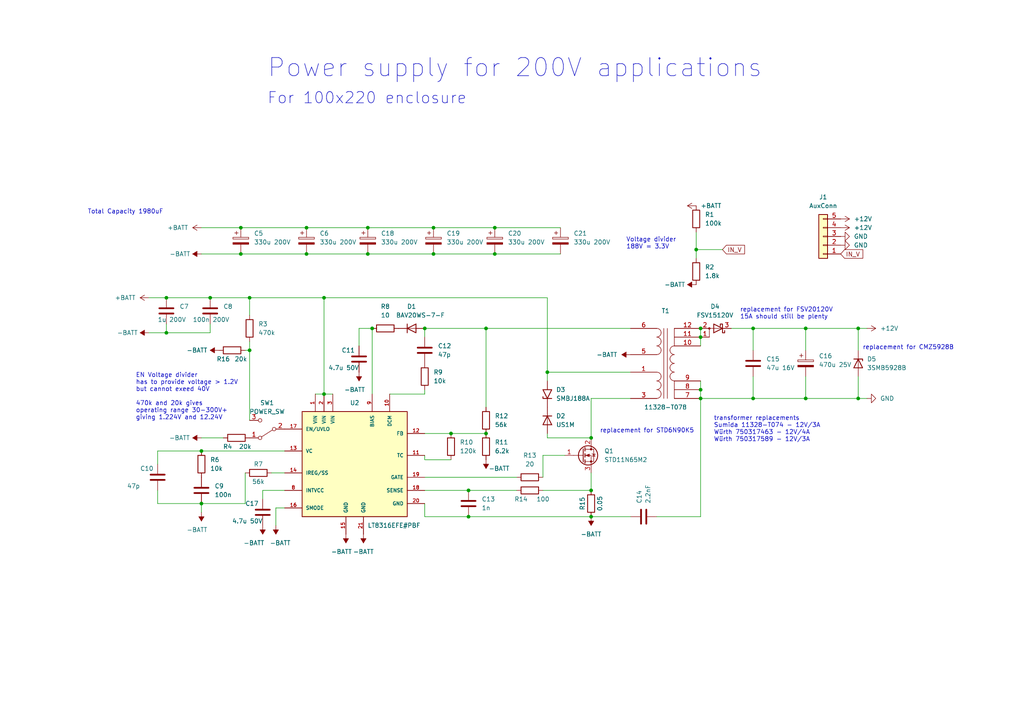
<source format=kicad_sch>
(kicad_sch (version 20230121) (generator eeschema)
  (paper "A4")
  (lib_symbols
    (symbol "Connector_Generic:Conn_01x05" (pin_names (offset 1.016) hide)
      (property "Reference" "J" (at 0 7.62 0))
      (property "Value" "Conn_01x05" (at 0 -7.62 0))
      (symbol "Conn_01x05_1_1"
        (rectangle (start -1.27 -4.953) (end 0 -5.207) (stroke (width 0.1524)))
        (rectangle (start -1.27 -2.413) (end 0 -2.667) (stroke (width 0.1524)))
        (rectangle (start -1.27 0.127) (end 0 -0.127) (stroke (width 0.1524)))
        (rectangle (start -1.27 2.667) (end 0 2.413) (stroke (width 0.1524)))
        (rectangle (start -1.27 5.207) (end 0 4.953) (stroke (width 0.1524)))
        (rectangle (start -1.27 6.35) (end 1.27 -6.35) (stroke (width 0.254)) (fill (type background)))
        (pin passive line (at -5.08 5.08 0) (length 3.81) (name "Pin_1") (number "1"))
        (pin passive line (at -5.08 2.54 0) (length 3.81) (name "Pin_2") (number "2"))
        (pin passive line (at -5.08 0 0) (length 3.81) (name "Pin_3") (number "3"))
        (pin passive line (at -5.08 -2.54 0) (length 3.81) (name "Pin_4") (number "4"))
        (pin passive line (at -5.08 -5.08 0) (length 3.81) (name "Pin_5") (number "5"))
      )
    )
    (symbol "Device:C" (pin_numbers hide) (pin_names (offset 0.254))
      (property "Reference" "C" (at 0.635 2.54 0))
      (property "Value" "C" (at 0.635 -2.54 0))
      (symbol "C_0_1"
        (polyline (pts (xy -2.032 -0.762) (xy 2.032 -0.762)) (stroke (width 0.508)))
        (polyline (pts (xy -2.032 0.762) (xy 2.032 0.762)) (stroke (width 0.508)))
      )
      (symbol "C_1_1"
        (pin passive line (at 0 3.81 270) (length 2.794) (name "~") (number "1"))
        (pin passive line (at 0 -3.81 90) (length 2.794) (name "~") (number "2"))
      )
    )
    (symbol "Device:C_Polarized" (pin_numbers hide) (pin_names (offset 0.254))
      (property "Reference" "C" (at 0.635 2.54 0))
      (property "Value" "C_Polarized" (at 0.635 -2.54 0))
      (symbol "C_Polarized_0_1"
        (rectangle (start -2.286 0.508) (end 2.286 1.016))
        (polyline (pts (xy -1.778 2.286) (xy -0.762 2.286)))
        (polyline (pts (xy -1.27 2.794) (xy -1.27 1.778)))
        (rectangle (start 2.286 -0.508) (end -2.286 -1.016) (fill (type outline)))
      )
      (symbol "C_Polarized_1_1"
        (pin passive line (at 0 3.81 270) (length 2.794) (name "~") (number "1"))
        (pin passive line (at 0 -3.81 90) (length 2.794) (name "~") (number "2"))
      )
    )
    (symbol "Device:D_Schottky_AAK" (pin_names (offset 0) hide)
      (property "Reference" "D" (at 0 2.54 0))
      (property "Value" "D_Schottky_AAK" (at 0 -2.54 0))
      (symbol "D_Schottky_AAK_0_1"
        (polyline (pts (xy 1.27 1.27) (xy 1.27 -1.27) (xy -1.27 0) (xy 1.27 1.27)) (stroke (width 0.254)))
        (polyline (pts (xy 3.81 2.54) (xy 2.54 2.54) (xy 2.54 0) (xy -1.27 0)))
        (polyline (pts (xy -1.905 0.635) (xy -1.905 1.27) (xy -1.27 1.27) (xy -1.27 -1.27) (xy -0.635 -1.27) (xy -0.635 -0.635)) (stroke (width 0.254)))
        (circle (center 2.54 0) (radius 0.254) (fill (type outline)))
      )
      (symbol "D_Schottky_AAK_1_1"
        (pin passive line (at 5.08 2.54 180) (length 2.54) (name "A") (number "1"))
        (pin passive line (at 5.08 0 180) (length 2.54) (name "A") (number "2"))
        (pin passive line (at -3.81 0 0) (length 2.54) (name "K") (number "3"))
      )
    )
    (symbol "Device:D_Zener" (pin_numbers hide) (pin_names (offset 1.016) hide)
      (property "Reference" "D" (at 0 2.54 0))
      (property "Value" "D_Zener" (at 0 -2.54 0))
      (symbol "D_Zener_0_1"
        (polyline (pts (xy 1.27 0) (xy -1.27 0)))
        (polyline (pts (xy -1.27 -1.27) (xy -1.27 1.27) (xy -0.762 1.27)) (stroke (width 0.254)))
        (polyline (pts (xy 1.27 -1.27) (xy 1.27 1.27) (xy -1.27 0) (xy 1.27 -1.27)) (stroke (width 0.254)))
      )
      (symbol "D_Zener_1_1"
        (pin passive line (at -3.81 0 0) (length 2.54) (name "K") (number "1"))
        (pin passive line (at 3.81 0 180) (length 2.54) (name "A") (number "2"))
      )
    )
    (symbol "Device:R" (pin_numbers hide) (pin_names (offset 0))
      (property "Reference" "R" (at 2.032 0 90))
      (property "Value" "R" (at 0 0 90))
      (symbol "R_0_1"
        (rectangle (start -1.016 -2.54) (end 1.016 2.54) (stroke (width 0.254)))
      )
      (symbol "R_1_1"
        (pin passive line (at 0 3.81 270) (length 1.27) (name "~") (number "1"))
        (pin passive line (at 0 -3.81 90) (length 1.27) (name "~") (number "2"))
      )
    )
    (symbol "Diode:BAV20" (pin_numbers hide) (pin_names hide)
      (property "Reference" "D" (at 0 2.54 0))
      (property "Value" "BAV20" (at 0 -2.54 0))
      (symbol "BAV20_0_1"
        (polyline (pts (xy -1.27 1.27) (xy -1.27 -1.27)) (stroke (width 0.254)))
        (polyline (pts (xy 1.27 0) (xy -1.27 0)))
        (polyline (pts (xy 1.27 1.27) (xy 1.27 -1.27) (xy -1.27 0) (xy 1.27 1.27)) (stroke (width 0.254)))
      )
      (symbol "BAV20_1_1"
        (pin passive line (at -3.81 0 0) (length 2.54) (name "K") (number "1"))
        (pin passive line (at 3.81 0 180) (length 2.54) (name "A") (number "2"))
      )
    )
    (symbol "Diode:SM6T6V8A" (pin_numbers hide) (pin_names (offset 1.016) hide)
      (property "Reference" "D" (at 0 2.54 0))
      (property "Value" "SM6T6V8A" (at 0 -2.54 0))
      (symbol "SM6T6V8A_0_1"
        (polyline (pts (xy -0.762 1.27) (xy -1.27 1.27) (xy -1.27 -1.27)) (stroke (width 0.254)))
        (polyline (pts (xy 1.27 1.27) (xy 1.27 -1.27) (xy -1.27 0) (xy 1.27 1.27)) (stroke (width 0.254)))
      )
      (symbol "SM6T6V8A_1_1"
        (pin passive line (at -3.81 0 0) (length 2.54) (name "A1") (number "1"))
        (pin passive line (at 3.81 0 180) (length 2.54) (name "A2") (number "2"))
      )
    )
    (symbol "Diode:US1M" (pin_numbers hide) (pin_names hide)
      (property "Reference" "D" (at 0 2.54 0))
      (property "Value" "US1M" (at 0 -2.54 0))
      (symbol "US1M_0_1"
        (polyline (pts (xy -1.27 1.27) (xy -1.27 -1.27)) (stroke (width 0.254)))
        (polyline (pts (xy 1.27 0) (xy -1.27 0)))
        (polyline (pts (xy 1.27 1.27) (xy 1.27 -1.27) (xy -1.27 0) (xy 1.27 1.27)) (stroke (width 0.254)))
      )
      (symbol "US1M_1_1"
        (pin passive line (at -3.81 0 0) (length 2.54) (name "K") (number "1"))
        (pin passive line (at 3.81 0 180) (length 2.54) (name "A") (number "2"))
      )
    )
    (symbol "GigaESCSymbols:LT8316EFE#PBF" (pin_names (offset 1.016))
      (property "Reference" "U" (at -15.24 16.002 0))
      (property "Value" "LT8316EFE#PBF" (at 8.89 -19.05 0))
      (symbol "LT8316EFE#PBF_0_0"
        (rectangle (start -15.24 -15.24) (end 15.24 15.24) (stroke (width 0.254)) (fill (type background)))
        (pin input line (at -11.43 20.32 270) (length 5.08) (name "VIN") (number "1"))
        (pin input line (at 10.16 20.32 270) (length 5.08) (name "DCM") (number "10"))
        (pin passive line (at 20.32 2.54 180) (length 5.08) (name "TC") (number "11"))
        (pin input line (at 20.32 8.89 180) (length 5.08) (name "FB") (number "12"))
        (pin passive line (at -20.32 3.81 0) (length 5.08) (name "VC") (number "13"))
        (pin bidirectional line (at -20.32 -2.54 0) (length 5.08) (name "IREG/SS") (number "14"))
        (pin power_in line (at -2.54 -20.32 90) (length 5.08) (name "GND") (number "15"))
        (pin input line (at -20.32 -12.7 0) (length 5.08) (name "SMODE") (number "16"))
        (pin input line (at -20.32 10.16 0) (length 5.08) (name "EN/UVLO") (number "17"))
        (pin input line (at 20.32 -7.62 180) (length 5.08) (name "SENSE") (number "18"))
        (pin output line (at 20.32 -3.81 180) (length 5.08) (name "GATE") (number "19"))
        (pin input line (at -8.89 20.32 270) (length 5.08) (name "VIN") (number "2"))
        (pin power_in line (at 20.32 -11.43 180) (length 5.08) (name "GND") (number "20"))
        (pin power_in line (at 2.54 -20.32 90) (length 5.08) (name "GND") (number "21"))
        (pin input line (at -6.35 20.32 270) (length 5.08) (name "VIN") (number "3"))
        (pin output line (at -20.32 -7.62 0) (length 5.08) (name "INTVCC") (number "8"))
        (pin input line (at 5.08 20.32 270) (length 5.08) (name "BIAS") (number "9"))
      )
    )
    (symbol "GigaESCSymbols:Transformer_11328-T078" (pin_names (offset 1.016) hide)
      (property "Reference" "T" (at 0 12.7 0))
      (property "Value" "Transformer_11328-T078" (at 0 -13.97 0))
      (symbol "Transformer_11328-T078_0_1"
        (arc (start -2.54 -10.1346) (mid -1.6599 -9.7701) (end -1.2954 -8.89))
        (arc (start -2.54 -7.5946) (mid -1.6599 -7.2301) (end -1.2954 -6.35))
        (arc (start -2.54 -5.0546) (mid -1.6599 -4.6901) (end -1.2954 -3.81))
        (arc (start -2.54 2.5654) (mid -1.6599 2.9299) (end -1.2954 3.81))
        (arc (start -2.54 5.1054) (mid -1.6599 5.4699) (end -1.2954 6.35))
        (arc (start -2.54 7.6454) (mid -1.6599 8.0099) (end -1.2954 8.89))
        (arc (start -1.2954 -8.89) (mid -1.6457 -7.9883) (end -2.54 -7.62))
        (arc (start -1.2954 -6.35) (mid -1.6457 -5.4483) (end -2.54 -5.08))
        (arc (start -1.2954 -3.81) (mid -1.6457 -2.9083) (end -2.54 -2.54))
        (arc (start -1.2954 3.81) (mid -1.6457 4.7117) (end -2.54 5.08))
        (arc (start -1.2954 6.35) (mid -1.6457 7.2517) (end -2.54 7.62))
        (arc (start -1.2954 8.89) (mid -1.6457 9.7917) (end -2.54 10.16))
        (polyline (pts (xy -0.508 -10.16) (xy -0.508 10.16)))
        (polyline (pts (xy 0.508 10.16) (xy 0.508 -10.16)))
        (polyline (pts (xy 2.54 -5.08) (xy 2.54 -10.16)))
        (polyline (pts (xy 2.54 5.08) (xy 2.54 10.16)))
        (arc (start 1.2699 -3.8099) (mid 1.6559 -4.6863) (end 2.5399 -5.0545))
        (arc (start 1.2699 -1.2699) (mid 1.6559 -2.1463) (end 2.5399 -2.5145))
        (arc (start 1.2699 1.2701) (mid 1.6559 0.3937) (end 2.5399 0.0255))
        (arc (start 1.2699 3.8101) (mid 1.6559 2.9337) (end 2.5399 2.5655))
        (arc (start 2.5399 -2.5399) (mid 1.6419 -2.9119) (end 1.2699 -3.8099))
        (arc (start 2.5399 0.0001) (mid 1.6419 -0.3719) (end 1.2699 -1.2699))
        (arc (start 2.5399 2.5401) (mid 1.6419 2.1681) (end 1.2699 1.2701))
        (arc (start 2.5399 5.0801) (mid 1.6419 4.7081) (end 1.2699 3.8101))
      )
      (symbol "Transformer_11328-T078_1_1"
        (pin passive line (at -10.16 -2.54 0) (length 7.62) (name "IN+") (number "1"))
        (pin passive line (at 10.16 5.08 180) (length 7.62) (name "PM") (number "10"))
        (pin passive line (at 10.16 7.62 180) (length 7.62) (name "PM") (number "11"))
        (pin passive line (at 10.16 10.16 180) (length 7.62) (name "PM") (number "12"))
        (pin passive line (at -10.16 -10.16 0) (length 7.62) (name "IN-") (number "3"))
        (pin passive line (at -10.16 2.54 0) (length 7.62) (name "OUT1B") (number "5"))
        (pin passive line (at -10.16 10.16 0) (length 7.62) (name "OUT2A") (number "6"))
        (pin passive line (at 10.16 -10.16 180) (length 7.62) (name "OUT2B") (number "7"))
        (pin passive line (at 10.16 -7.62 180) (length 7.62) (name "PM") (number "8"))
        (pin passive line (at 10.16 -5.08 180) (length 7.62) (name "PM") (number "9"))
      )
    )
    (symbol "Switch:SW_SPDT" (pin_names (offset 0) hide)
      (property "Reference" "SW" (at 0 4.318 0))
      (property "Value" "SW_SPDT" (at 0 -5.08 0))
      (symbol "SW_SPDT_0_0"
        (circle (center -2.032 0) (radius 0.508))
        (circle (center 2.032 -2.54) (radius 0.508))
      )
      (symbol "SW_SPDT_0_1"
        (polyline (pts (xy -1.524 0.254) (xy 1.651 2.286)))
        (circle (center 2.032 2.54) (radius 0.508))
      )
      (symbol "SW_SPDT_1_1"
        (pin passive line (at 5.08 2.54 180) (length 2.54) (name "A") (number "1"))
        (pin passive line (at -5.08 0 0) (length 2.54) (name "B") (number "2"))
        (pin passive line (at 5.08 -2.54 180) (length 2.54) (name "C") (number "3"))
      )
    )
    (symbol "Transistor_FET:STD7NK40Z" (pin_names hide)
      (property "Reference" "Q" (at 5.08 1.905 0))
      (property "Value" "STD7NK40Z" (at 5.08 0 0))
      (symbol "STD7NK40Z_0_1"
        (polyline (pts (xy 0.254 0) (xy -2.54 0)))
        (polyline (pts (xy 0.254 1.905) (xy 0.254 -1.905)) (stroke (width 0.254)))
        (polyline (pts (xy 0.762 -1.27) (xy 0.762 -2.286)) (stroke (width 0.254)))
        (polyline (pts (xy 0.762 0.508) (xy 0.762 -0.508)) (stroke (width 0.254)))
        (polyline (pts (xy 0.762 2.286) (xy 0.762 1.27)) (stroke (width 0.254)))
        (polyline (pts (xy 2.54 2.54) (xy 2.54 1.778)))
        (polyline (pts (xy 2.54 -2.54) (xy 2.54 0) (xy 0.762 0)))
        (polyline (pts (xy 0.762 -1.778) (xy 3.302 -1.778) (xy 3.302 1.778) (xy 0.762 1.778)))
        (polyline (pts (xy 1.016 0) (xy 2.032 0.381) (xy 2.032 -0.381) (xy 1.016 0)) (fill (type outline)))
        (polyline (pts (xy 2.794 0.508) (xy 2.921 0.381) (xy 3.683 0.381) (xy 3.81 0.254)))
        (polyline (pts (xy 3.302 0.381) (xy 2.921 -0.254) (xy 3.683 -0.254) (xy 3.302 0.381)))
        (circle (center 1.651 0) (radius 2.794) (stroke (width 0.254)))
        (circle (center 2.54 -1.778) (radius 0.254) (fill (type outline)))
        (circle (center 2.54 1.778) (radius 0.254) (fill (type outline)))
      )
      (symbol "STD7NK40Z_1_1"
        (pin passive line (at -5.08 0 0) (length 2.54) (name "G") (number "1"))
        (pin passive line (at 2.54 5.08 270) (length 2.54) (name "D") (number "2"))
        (pin passive line (at 2.54 -5.08 90) (length 2.54) (name "S") (number "3"))
      )
    )
    (symbol "power:+12V" (power) (pin_names (offset 0))
      (property "Value" "+12V" (at 0 3.556 0))
      (symbol "+12V_0_1"
        (polyline (pts (xy -0.762 1.27) (xy 0 2.54)))
        (polyline (pts (xy 0 0) (xy 0 2.54)))
        (polyline (pts (xy 0 2.54) (xy 0.762 1.27)))
      )
      (symbol "+12V_1_1"
        (pin power_in line (at 0 0 90) (length 0) hide (name "+12V") (number "1"))
      )
    )
    (symbol "power:+BATT" (power) (pin_names (offset 0))
      (property "Value" "+BATT" (at 0 3.556 0))
      (symbol "+BATT_0_1"
        (polyline (pts (xy -0.762 1.27) (xy 0 2.54)))
        (polyline (pts (xy 0 0) (xy 0 2.54)))
        (polyline (pts (xy 0 2.54) (xy 0.762 1.27)))
      )
      (symbol "+BATT_1_1"
        (pin power_in line (at 0 0 90) (length 0) hide (name "+BATT") (number "1"))
      )
    )
    (symbol "power:-BATT" (power) (pin_names (offset 0))
      (property "Value" "-BATT" (at 0 3.556 0))
      (symbol "-BATT_0_1"
        (polyline (pts (xy 0 0) (xy 0 2.54)))
        (polyline (pts (xy 0.762 1.27) (xy -0.762 1.27) (xy 0 2.54) (xy 0.762 1.27)) (fill (type outline)))
      )
      (symbol "-BATT_1_1"
        (pin power_in line (at 0 0 90) (length 0) hide (name "-BATT") (number "1"))
      )
    )
    (symbol "power:GND" (power) (pin_names (offset 0))
      (property "Value" "GND" (at 0 -3.81 0))
      (symbol "GND_0_1"
        (polyline (pts (xy 0 0) (xy 0 -1.27) (xy 1.27 -1.27) (xy 0 -2.54) (xy -1.27 -1.27) (xy 0 -1.27)))
      )
      (symbol "GND_1_1"
        (pin power_in line (at 0 0 270) (length 0) hide (name "GND") (number "1"))
      )
    )
  )
  (junction (at 140.97 125.73))
  (junction (at 93.98 114.3))
  (junction (at 203.2 115.57))
  (junction (at 158.75 107.95))
  (junction (at 201.93 72.39))
  (junction (at 171.45 127))
  (junction (at 48.26 86.36))
  (junction (at 143.51 66.04))
  (junction (at 203.2 113.03))
  (junction (at 130.81 125.73))
  (junction (at 69.85 73.66))
  (junction (at 72.39 86.36))
  (junction (at 248.92 115.57))
  (junction (at 233.68 95.25))
  (junction (at 123.19 95.25))
  (junction (at 48.26 96.52))
  (junction (at 69.85 66.04))
  (junction (at 135.89 142.24))
  (junction (at 93.98 86.36))
  (junction (at 125.73 66.04))
  (junction (at 203.2 95.25))
  (junction (at 171.45 142.24))
  (junction (at 58.42 146.05))
  (junction (at 218.44 115.57))
  (junction (at 88.9 73.66))
  (junction (at 140.97 95.25))
  (junction (at 171.45 149.86))
  (junction (at 60.96 86.36))
  (junction (at 58.42 130.81))
  (junction (at 125.73 73.66))
  (junction (at 248.92 95.25))
  (junction (at 143.51 73.66))
  (junction (at 88.9 66.04))
  (junction (at 135.89 149.86))
  (junction (at 72.39 101.6))
  (junction (at 203.2 97.79))
  (junction (at 218.44 95.25))
  (junction (at 106.68 66.04))
  (junction (at 106.68 73.66))
  (junction (at 107.95 95.25))
  (junction (at 233.68 115.57))
  (wire (pts (xy 123.19 149.86) (xy 135.89 149.86)))
  (wire (pts (xy 72.39 101.6) (xy 72.39 121.92)))
  (wire (pts (xy 135.89 149.86) (xy 171.45 149.86)))
  (wire (pts (xy 106.68 73.66) (xy 125.73 73.66)))
  (wire (pts (xy 58.42 127) (xy 64.77 127)))
  (wire (pts (xy 48.26 96.52) (xy 60.96 96.52)))
  (wire (pts (xy 203.2 149.86) (xy 190.5 149.86)))
  (wire (pts (xy 107.95 95.25) (xy 104.14 95.25)))
  (wire (pts (xy 123.19 125.73) (xy 130.81 125.73)))
  (wire (pts (xy 140.97 118.11) (xy 140.97 95.25)))
  (wire (pts (xy 58.42 130.81) (xy 45.72 130.81)))
  (wire (pts (xy 182.88 115.57) (xy 171.45 115.57)))
  (wire (pts (xy 157.48 142.24) (xy 171.45 142.24)))
  (wire (pts (xy 158.75 86.36) (xy 158.75 107.95)))
  (wire (pts (xy 143.51 66.04) (xy 162.56 66.04)))
  (wire (pts (xy 203.2 110.49) (xy 203.2 113.03)))
  (wire (pts (xy 71.12 146.05) (xy 58.42 146.05)))
  (wire (pts (xy 123.19 142.24) (xy 135.89 142.24)))
  (wire (pts (xy 106.68 66.04) (xy 125.73 66.04)))
  (wire (pts (xy 123.19 138.43) (xy 149.86 138.43)))
  (wire (pts (xy 69.85 66.04) (xy 88.9 66.04)))
  (wire (pts (xy 212.09 95.25) (xy 218.44 95.25)))
  (wire (pts (xy 123.19 97.79) (xy 123.19 95.25)))
  (wire (pts (xy 125.73 73.66) (xy 143.51 73.66)))
  (wire (pts (xy 203.2 113.03) (xy 203.2 115.57)))
  (wire (pts (xy 80.01 147.32) (xy 82.55 147.32)))
  (wire (pts (xy 107.95 114.3) (xy 107.95 95.25)))
  (wire (pts (xy 48.26 93.98) (xy 48.26 96.52)))
  (wire (pts (xy 171.45 137.16) (xy 171.45 142.24)))
  (wire (pts (xy 91.44 114.3) (xy 93.98 114.3)))
  (wire (pts (xy 45.72 146.05) (xy 58.42 146.05)))
  (wire (pts (xy 43.18 96.52) (xy 48.26 96.52)))
  (wire (pts (xy 45.72 142.24) (xy 45.72 146.05)))
  (wire (pts (xy 143.51 73.66) (xy 162.56 73.66)))
  (wire (pts (xy 157.48 132.08) (xy 163.83 132.08)))
  (wire (pts (xy 248.92 115.57) (xy 251.46 115.57)))
  (wire (pts (xy 80.01 152.4) (xy 80.01 147.32)))
  (wire (pts (xy 201.93 67.31) (xy 201.93 72.39)))
  (wire (pts (xy 158.75 127) (xy 158.75 125.73)))
  (wire (pts (xy 93.98 86.36) (xy 93.98 114.3)))
  (wire (pts (xy 218.44 101.6) (xy 218.44 95.25)))
  (wire (pts (xy 71.12 137.16) (xy 71.12 146.05)))
  (wire (pts (xy 201.93 72.39) (xy 209.55 72.39)))
  (wire (pts (xy 233.68 115.57) (xy 218.44 115.57)))
  (wire (pts (xy 58.42 130.81) (xy 82.55 130.81)))
  (wire (pts (xy 104.14 95.25) (xy 104.14 100.33)))
  (wire (pts (xy 58.42 73.66) (xy 69.85 73.66)))
  (wire (pts (xy 171.45 149.86) (xy 182.88 149.86)))
  (wire (pts (xy 248.92 95.25) (xy 233.68 95.25)))
  (wire (pts (xy 158.75 107.95) (xy 158.75 110.49)))
  (wire (pts (xy 43.18 86.36) (xy 48.26 86.36)))
  (wire (pts (xy 218.44 115.57) (xy 203.2 115.57)))
  (wire (pts (xy 248.92 101.6) (xy 248.92 95.25)))
  (wire (pts (xy 93.98 86.36) (xy 158.75 86.36)))
  (wire (pts (xy 72.39 99.06) (xy 72.39 101.6)))
  (wire (pts (xy 140.97 95.25) (xy 182.88 95.25)))
  (wire (pts (xy 203.2 115.57) (xy 203.2 149.86)))
  (wire (pts (xy 58.42 146.05) (xy 58.42 148.59)))
  (wire (pts (xy 93.98 114.3) (xy 96.52 114.3)))
  (wire (pts (xy 76.2 142.24) (xy 76.2 144.78)))
  (wire (pts (xy 135.89 142.24) (xy 149.86 142.24)))
  (wire (pts (xy 130.81 125.73) (xy 140.97 125.73)))
  (wire (pts (xy 45.72 130.81) (xy 45.72 134.62)))
  (wire (pts (xy 157.48 138.43) (xy 157.48 132.08)))
  (wire (pts (xy 171.45 115.57) (xy 171.45 127)))
  (wire (pts (xy 72.39 86.36) (xy 60.96 86.36)))
  (wire (pts (xy 69.85 73.66) (xy 88.9 73.66)))
  (wire (pts (xy 203.2 95.25) (xy 203.2 97.79)))
  (wire (pts (xy 218.44 109.22) (xy 218.44 115.57)))
  (wire (pts (xy 233.68 95.25) (xy 218.44 95.25)))
  (wire (pts (xy 58.42 66.04) (xy 69.85 66.04)))
  (wire (pts (xy 201.93 72.39) (xy 201.93 74.93)))
  (wire (pts (xy 48.26 86.36) (xy 60.96 86.36)))
  (wire (pts (xy 140.97 95.25) (xy 123.19 95.25)))
  (wire (pts (xy 233.68 101.6) (xy 233.68 95.25)))
  (wire (pts (xy 248.92 109.22) (xy 248.92 115.57)))
  (wire (pts (xy 248.92 95.25) (xy 251.46 95.25)))
  (wire (pts (xy 78.74 137.16) (xy 82.55 137.16)))
  (wire (pts (xy 88.9 73.66) (xy 106.68 73.66)))
  (wire (pts (xy 125.73 66.04) (xy 143.51 66.04)))
  (wire (pts (xy 113.03 114.3) (xy 123.19 114.3)))
  (wire (pts (xy 72.39 86.36) (xy 93.98 86.36)))
  (wire (pts (xy 72.39 91.44) (xy 72.39 86.36)))
  (wire (pts (xy 123.19 132.08) (xy 123.19 133.35)))
  (wire (pts (xy 171.45 127) (xy 158.75 127)))
  (wire (pts (xy 123.19 146.05) (xy 123.19 149.86)))
  (wire (pts (xy 88.9 66.04) (xy 106.68 66.04)))
  (wire (pts (xy 182.88 107.95) (xy 158.75 107.95)))
  (wire (pts (xy 82.55 142.24) (xy 76.2 142.24)))
  (wire (pts (xy 123.19 133.35) (xy 130.81 133.35)))
  (wire (pts (xy 248.92 115.57) (xy 233.68 115.57)))
  (wire (pts (xy 60.96 96.52) (xy 60.96 93.98)))
  (wire (pts (xy 123.19 113.03) (xy 123.19 114.3)))
  (wire (pts (xy 203.2 97.79) (xy 203.2 100.33)))
  (wire (pts (xy 71.12 101.6) (xy 72.39 101.6)))
  (wire (pts (xy 233.68 109.22) (xy 233.68 115.57)))
  (text "Power supply for 200V applications" (at 77.47 22.86 0) (effects (font (size 5.27 5.27)) (justify left bottom)))
  (text "transformer replacements \nSumida 11328-T074 - 12V/3A\nWürth 750317463 - 12V/4A\nWürth 750317589 - 12V/3A" (at 207.01 128.27 0) (effects (font (size 1.27 1.27)) (justify left bottom)))
  (text "replacement for FSV20120V\n15A should still be plenty" (at 214.63 92.71 0) (effects (font (size 1.27 1.27)) (justify left bottom)))
  (text "replacement for STD6N90K5" (at 173.99 125.73 0) (effects (font (size 1.27 1.27)) (justify left bottom)))
  (text "Total Capacity 1980uF" (at 25.4 62.23 0) (effects (font (size 1.27 1.27)) (justify left bottom)))
  (text "EN Voltage divider \nhas to provide voltage > 1.2V\nbut cannot exeed 40V\n\n470k and 20k gives \noperating range 30-300V+\ngiving 1.224V and 12.24V" (at 39.37 121.92 0) (effects (font (size 1.27 1.27)) (justify left bottom)))
  (text "Voltage divider\n188V = 3.3V" (at 181.61 72.39 0) (effects (font (size 1.27 1.27)) (justify left bottom)))
  (text "replacement for CMZ5928B" (at 250.19 101.6 0) (effects (font (size 1.27 1.27)) (justify left bottom)))
  (text "For 100x220 enclosure" (at 77.47 30.48 0) (effects (font (size 3.27 3.27)) (justify left bottom)))
  (global_label "IN_V" (shape input) (at 209.55 72.39 0) (property "Intersheetrefs" "${INTERSHEET_REFS}" (effects hide)))
  (global_label "IN_V" (shape input) (at 243.84 73.66 0) (property "Intersheetrefs" "${INTERSHEET_REFS}" (effects hide)))
  (symbol (lib_id "Diode:BAV20") (at 119.38 95.25 0) (unit 1)
    (property "Reference" "D1" (at 119.38 88.9 0))
    (property "Value" "BAV20WS-7-F" (at 121.92 91.44 0))
    (property "Footprint" "Diode_SMD:D_SOD-323" (effects hide))
    (property "Datasheet" "http://www.vishay.com/docs/85543/bav17.pdf" (effects hide))
    (property "Sim.Device" "D" (effects hide))
    (property "Sim.Pins" "1=K 2=A" (effects hide))
    (property "MPN" "C151448" (effects hide))
    (property "Mouser" "621-BAV20WS-F" (effects hide))
  )
  (symbol (lib_id "power:+12V") (at 243.84 63.5 270) (unit 1)
    (property "Reference" "#PWR024" (effects hide))
    (property "Value" "+12V" (at 247.65 63.5 90) (effects (justify left)))
  )
  (symbol (lib_id "power:+BATT") (at 201.93 59.69 90) (unit 1)
    (property "Reference" "#PWR04" (effects hide))
    (property "Value" "+BATT" (at 203.2 59.69 90) (effects (justify right)))
  )
  (symbol (lib_id "Device:R") (at 111.76 95.25 90) (unit 1)
    (property "Reference" "R8" (at 111.76 88.9 90))
    (property "Value" "10" (at 111.76 91.44 90))
    (property "Footprint" "Resistor_SMD:R_0603_1608Metric" (effects hide))
    (property "MPN" "C22859" (effects hide))
    (property "Mouser" "603-AF0603FR-0710RL" (effects hide))
  )
  (symbol (lib_id "Device:R") (at 68.58 127 90) (unit 1)
    (property "Reference" "R4" (at 66.04 129.54 90))
    (property "Value" "20k" (at 71.12 129.54 90))
    (property "Footprint" "Resistor_SMD:R_0603_1608Metric" (effects hide))
    (property "MPN" "C4184" (effects hide))
    (property "Mouser" "71-CRCW080520K0FKEB" (effects hide))
  )
  (symbol (lib_id "power:+12V") (at 243.84 66.04 270) (unit 1)
    (property "Reference" "#PWR08" (effects hide))
    (property "Value" "+12V" (at 247.65 66.04 90) (effects (justify left)))
  )
  (symbol (lib_id "Diode:SM6T6V8A") (at 158.75 114.3 90) (unit 1)
    (property "Reference" "D3" (at 161.29 113.03 90) (effects (justify right)))
    (property "Value" "SMBJ188A" (at 161.29 115.57 90) (effects (justify right)))
    (property "Footprint" "Diode_SMD:D_SMB" (effects hide))
    (property "Datasheet" "https://www.st.com/resource/en/datasheet/sm6t.pdf" (effects hide))
    (property "MPN" "C908808" (effects hide))
    (property "Mouser" "576-SMBJ188A" (effects hide))
  )
  (symbol (lib_id "power:-BATT") (at 58.42 73.66 90) (unit 1)
    (property "Reference" "#PWR012" (effects hide))
    (property "Value" "-BATT" (at 55.245 73.66 90) (effects (justify left)))
  )
  (symbol (lib_id "Device:R") (at 153.67 138.43 90) (unit 1)
    (property "Reference" "R13" (at 153.67 132.08 90))
    (property "Value" "20" (at 153.67 134.62 90))
    (property "Footprint" "Resistor_SMD:R_0603_1608Metric" (effects hide))
    (property "MPN" "C22950" (effects hide))
    (property "Mouser" "71-CRCW080520R0FKEAC" (effects hide))
  )
  (symbol (lib_id "Diode:US1M") (at 158.75 121.92 270) (unit 1)
    (property "Reference" "D2" (at 161.29 120.65 90) (effects (justify left)))
    (property "Value" "US1M" (at 161.29 123.19 90) (effects (justify left)))
    (property "Footprint" "Diode_SMD:D_SMA" (effects hide))
    (property "Datasheet" "https://www.diodes.com/assets/Datasheets/ds16008.pdf" (effects hide))
    (property "Sim.Device" "D" (effects hide))
    (property "Sim.Pins" "1=K 2=A" (effects hide))
    (property "MPN" "C412437" (effects hide))
    (property "Mouser" "78-US1M-M35AT" (effects hide))
  )
  (symbol (lib_id "power:-BATT") (at 58.42 148.59 180) (unit 1)
    (property "Reference" "#PWR018" (effects hide))
    (property "Value" "-BATT" (at 57.15 153.67 0))
  )
  (symbol (lib_id "Device:R") (at 171.45 146.05 180) (unit 1)
    (property "Reference" "R15" (at 168.91 146.05 90))
    (property "Value" "0.05" (at 173.99 146.05 90))
    (property "Footprint" "Resistor_SMD:R_2512_6332Metric" (effects hide))
    (property "MPN" "C2874774" (effects hide))
    (property "Mouser" "708-CSM2512FT50L0" (effects hide))
  )
  (symbol (lib_id "power:-BATT") (at 182.88 102.87 90) (unit 1)
    (property "Reference" "#PWR021" (effects hide))
    (property "Value" "-BATT" (at 179.07 102.87 90) (effects (justify left)))
  )
  (symbol (lib_id "Device:C") (at 218.44 105.41 0) (unit 1)
    (property "Reference" "C15" (at 222.25 104.14 0) (effects (justify left)))
    (property "Value" "47u 16V" (at 222.25 106.68 0) (effects (justify left)))
    (property "Footprint" "Capacitor_SMD:C_1210_3225Metric" (effects hide))
    (property "MPN" "C2918513" (effects hide))
    (property "Mouser" "81-GRM32EC81C476KE5K" (effects hide))
  )
  (symbol (lib_id "power:-BATT") (at 105.41 154.94 180) (unit 1)
    (property "Reference" "#PWR017" (effects hide))
    (property "Value" "-BATT" (at 105.41 160.02 0))
  )
  (symbol (lib_id "Device:R") (at 74.93 137.16 90) (unit 1)
    (property "Reference" "R7" (at 74.93 134.62 90))
    (property "Value" "56k" (at 74.93 139.7 90))
    (property "Footprint" "Resistor_SMD:R_0603_1608Metric" (effects hide))
    (property "MPN" "C17756" (effects hide))
    (property "Mouser" "652-CR0603FX-5622ELF" (effects hide))
  )
  (symbol (lib_id "Device:C_Polarized") (at 143.51 69.85 0) (unit 1)
    (property "Reference" "C20" (at 147.32 67.691 0) (effects (justify left)))
    (property "Value" "330u 200V" (at 147.32 70.231 0) (effects (justify left)))
    (property "Footprint" "Capacitor_THT:CP_Radial_D18.0mm_P7.50mm" (effects hide))
    (property "MPN" "C697601" (effects hide))
    (property "Mouser" "661-EKMR201VS222MR50" (effects hide))
  )
  (symbol (lib_id "Device:D_Schottky_AAK") (at 208.28 95.25 180) (unit 1)
    (property "Reference" "D4" (at 207.391 88.9 0))
    (property "Value" "FSV15120V" (at 207.391 91.44 0))
    (property "Footprint" "Package_TO_SOT_SMD:TO-277A" (effects hide))
    (property "MPN" "C463273" (effects hide))
    (property "Mouser" "512-FSV15120V" (effects hide))
  )
  (symbol (lib_id "power:-BATT") (at 104.14 107.95 180) (unit 1)
    (property "Reference" "#PWR019" (effects hide))
    (property "Value" "-BATT" (at 102.87 113.03 0))
  )
  (symbol (lib_id "Device:C") (at 104.14 104.14 0) (unit 1)
    (property "Reference" "C11" (at 99.06 101.6 0) (effects (justify left)))
    (property "Value" "4.7u 50V" (at 95.25 106.68 0) (effects (justify left)))
    (property "Footprint" "Capacitor_SMD:C_1206_3216Metric" (effects hide))
    (property "MPN" "C29823" (effects hide))
    (property "Mouser" "963-UMK316AB7475ML-T" (effects hide))
  )
  (symbol (lib_id "Device:R") (at 67.31 101.6 90) (unit 1)
    (property "Reference" "R16" (at 64.77 104.14 90))
    (property "Value" "20k" (at 69.85 104.14 90))
    (property "Footprint" "Resistor_SMD:R_0603_1608Metric" (effects hide))
    (property "MPN" "C4184" (effects hide))
    (property "Mouser" "71-CRCW080520K0FKEB" (effects hide))
  )
  (symbol (lib_id "Device:R") (at 140.97 129.54 0) (unit 1)
    (property "Reference" "R11" (at 143.51 128.27 0) (effects (justify left)))
    (property "Value" "6.2k" (at 143.51 130.81 0) (effects (justify left)))
    (property "Footprint" "Resistor_SMD:R_0603_1608Metric" (effects hide))
    (property "MPN" "C4260" (effects hide))
    (property "Mouser" "667-ERJ-6ENF4991V" (effects hide))
  )
  (symbol (lib_id "Device:D_Zener") (at 248.92 105.41 270) (unit 1)
    (property "Reference" "D5" (at 251.46 104.14 90) (effects (justify left)))
    (property "Value" "3SMB5928B" (at 251.46 106.68 90) (effects (justify left)))
    (property "Footprint" "Diode_SMD:D_SMB" (effects hide))
    (property "MPN" "C2983224" (effects hide))
    (property "Mouser" "821-1SMB5928" (effects hide))
  )
  (symbol (lib_id "Device:C") (at 135.89 146.05 0) (unit 1)
    (property "Reference" "C13" (at 139.7 144.78 0) (effects (justify left)))
    (property "Value" "1n" (at 139.7 147.32 0) (effects (justify left)))
    (property "Footprint" "Capacitor_SMD:C_0603_1608Metric" (effects hide))
    (property "MPN" "C1588" (effects hide))
    (property "Mouser" "80-C0603C102K5R7081" (effects hide))
  )
  (symbol (lib_id "Device:C_Polarized") (at 125.73 69.85 0) (unit 1)
    (property "Reference" "C19" (at 129.54 67.691 0) (effects (justify left)))
    (property "Value" "330u 200V" (at 129.54 70.231 0) (effects (justify left)))
    (property "Footprint" "Capacitor_THT:CP_Radial_D18.0mm_P7.50mm" (effects hide))
    (property "Mouser" "661-EKMR201VS222MR50" (effects hide))
    (property "MPN" "C697601" (effects hide))
  )
  (symbol (lib_id "Device:C_Polarized") (at 88.9 69.85 0) (unit 1)
    (property "Reference" "C6" (at 92.71 67.691 0) (effects (justify left)))
    (property "Value" "330u 200V" (at 92.71 70.231 0) (effects (justify left)))
    (property "Footprint" "Capacitor_THT:CP_Radial_D18.0mm_P7.50mm" (effects hide))
    (property "Mouser" "661-EKMR201VS222MR50" (effects hide))
    (property "MPN" "C697601" (effects hide))
  )
  (symbol (lib_id "power:+BATT") (at 43.18 86.36 90) (unit 1)
    (property "Reference" "#PWR014" (effects hide))
    (property "Value" "+BATT" (at 39.37 86.36 90) (effects (justify left)))
  )
  (symbol (lib_id "Device:C") (at 58.42 142.24 0) (unit 1)
    (property "Reference" "C9" (at 62.23 140.97 0) (effects (justify left)))
    (property "Value" "100n" (at 62.23 143.51 0) (effects (justify left)))
    (property "Footprint" "GigaVescLibs:C_0603_1608Metric_L" (effects hide))
    (property "MPN" "C14663" (effects hide))
    (property "Mouser" "581-08055C104KAT4A" (effects hide))
  )
  (symbol (lib_id "power:-BATT") (at 63.5 101.6 90) (unit 1)
    (property "Reference" "#PWR023" (effects hide))
    (property "Value" "-BATT" (at 57.15 101.6 90))
  )
  (symbol (lib_id "Device:R") (at 123.19 109.22 0) (unit 1)
    (property "Reference" "R9" (at 125.73 107.95 0) (effects (justify left)))
    (property "Value" "10k" (at 125.73 110.49 0) (effects (justify left)))
    (property "Footprint" "Resistor_SMD:R_0603_1608Metric" (effects hide))
    (property "MPN" "C25804" (effects hide))
    (property "Mouser" "756-WCR0603-10KFI" (effects hide))
  )
  (symbol (lib_id "Device:C_Polarized") (at 162.56 69.85 0) (unit 1)
    (property "Reference" "C21" (at 166.37 67.691 0) (effects (justify left)))
    (property "Value" "330u 200V" (at 166.37 70.231 0) (effects (justify left)))
    (property "Footprint" "Capacitor_THT:CP_Radial_D18.0mm_P7.50mm" (effects hide))
    (property "Mouser" "661-EKMR201VS222MR50" (effects hide))
    (property "MPN" "C697601" (effects hide))
  )
  (symbol (lib_id "Device:R") (at 201.93 63.5 0) (unit 1)
    (property "Reference" "R1" (at 204.47 62.23 0) (effects (justify left)))
    (property "Value" "100k" (at 204.47 64.77 0) (effects (justify left)))
    (property "Footprint" "Resistor_SMD:R_0603_1608Metric" (effects hide))
    (property "MPN" "C25803" (effects hide))
    (property "Mouser" "603-RC0805FR-07100KL" (effects hide))
  )
  (symbol (lib_id "GigaESCSymbols:Transformer_11328-T078") (at 193.04 105.41 0) (unit 1)
    (property "Reference" "T1" (at 193.04 90.17 0))
    (property "Value" "11328-T078" (at 193.04 118.11 0))
    (property "Footprint" "GigaVescLibs:PQ2620" (effects hide))
    (property "Mouser" "851-11328-T078" (effects hide))
    (property "MPN" "C7423050" (effects hide))
  )
  (symbol (lib_id "Device:R") (at 140.97 121.92 0) (unit 1)
    (property "Reference" "R12" (at 143.51 120.65 0) (effects (justify left)))
    (property "Value" "56k" (at 143.51 123.19 0) (effects (justify left)))
    (property "Footprint" "Resistor_SMD:R_0603_1608Metric" (effects hide))
    (property "MPN" "C23206" (effects hide))
    (property "Mouser" "603-RC0805FR-0744K2L" (effects hide))
  )
  (symbol (lib_id "Device:R") (at 201.93 78.74 0) (unit 1)
    (property "Reference" "R2" (at 204.47 77.47 0) (effects (justify left)))
    (property "Value" "1.8k" (at 204.47 80.01 0) (effects (justify left)))
    (property "Footprint" "Resistor_SMD:R_0603_1608Metric" (effects hide))
    (property "MPN" "C4177" (effects hide))
    (property "Mouser" "71-CRCW0805-1.8K-E3" (effects hide))
  )
  (symbol (lib_id "Device:R") (at 72.39 95.25 0) (unit 1)
    (property "Reference" "R3" (at 74.93 93.98 0) (effects (justify left)))
    (property "Value" "470k" (at 74.93 96.52 0) (effects (justify left)))
    (property "Footprint" "Resistor_SMD:R_0603_1608Metric" (effects hide))
    (property "MPN" "C23178" (effects hide))
    (property "Mouser" "71-CRCW1206499KFKEB" (effects hide))
  )
  (symbol (lib_id "power:-BATT") (at 100.33 154.94 180) (unit 1)
    (property "Reference" "#PWR016" (effects hide))
    (property "Value" "-BATT" (at 99.06 160.02 0))
  )
  (symbol (lib_id "Transistor_FET:STD7NK40Z") (at 168.91 132.08 0) (unit 1)
    (property "Reference" "Q1" (at 175.26 130.81 0) (effects (justify left)))
    (property "Value" "STD11N65M2" (at 175.26 133.35 0) (effects (justify left)))
    (property "Footprint" "Package_TO_SOT_SMD:TO-252-2" (effects hide))
    (property "Datasheet" "https://www.st.com/resource/en/datasheet/std7nk40zt4.pdf" (effects hide))
    (property "MPN" "C500947" (effects hide))
    (property "JLCRotOffset" "0" (effects hide))
    (property "JLCPosOffset" "-1.27,0" (effects hide))
    (property "Mouser" "511-STD11N65M2" (effects hide))
  )
  (symbol (lib_id "Device:C") (at 123.19 101.6 0) (unit 1)
    (property "Reference" "C12" (at 127 100.33 0) (effects (justify left)))
    (property "Value" "47p" (at 127 102.87 0) (effects (justify left)))
    (property "Footprint" "GigaVescLibs:C_0603_1608Metric_L" (effects hide))
    (property "MPN" "C1671" (effects hide))
    (property "Mouser" "80-C0603C470K1GAUTO" (effects hide))
  )
  (symbol (lib_id "Device:R") (at 58.42 134.62 0) (unit 1)
    (property "Reference" "R6" (at 60.96 133.35 0) (effects (justify left)))
    (property "Value" "10k" (at 60.96 135.89 0) (effects (justify left)))
    (property "Footprint" "Resistor_SMD:R_0603_1608Metric" (effects hide))
    (property "MPN" "C25804" (effects hide))
    (property "Mouser" "603-AC0805JR-0710KL" (effects hide))
  )
  (symbol (lib_id "power:-BATT") (at 201.93 82.55 90) (unit 1)
    (property "Reference" "#PWR07" (effects hide))
    (property "Value" "-BATT" (at 198.755 82.55 90) (effects (justify left)))
  )
  (symbol (lib_id "Device:C_Polarized") (at 69.85 69.85 0) (unit 1)
    (property "Reference" "C5" (at 73.66 67.691 0) (effects (justify left)))
    (property "Value" "330u 200V" (at 73.66 70.231 0) (effects (justify left)))
    (property "Footprint" "Capacitor_THT:CP_Radial_D18.0mm_P7.50mm" (effects hide))
    (property "MPN" "C697601" (effects hide))
    (property "Mouser" "661-EKMR201VS222MR50" (effects hide))
  )
  (symbol (lib_id "power:-BATT") (at 43.18 96.52 90) (unit 1)
    (property "Reference" "#PWR015" (effects hide))
    (property "Value" "-BATT" (at 40.005 96.52 90) (effects (justify left)))
  )
  (symbol (lib_id "Device:C") (at 76.2 148.59 0) (unit 1)
    (property "Reference" "C17" (at 71.12 146.05 0) (effects (justify left)))
    (property "Value" "4.7u 50V" (at 67.31 151.13 0) (effects (justify left)))
    (property "Footprint" "Capacitor_SMD:C_1206_3216Metric" (effects hide))
    (property "MPN" "C29823" (effects hide))
    (property "Mouser" "963-UMK316AB7475ML-T" (effects hide))
  )
  (symbol (lib_id "Device:R") (at 130.81 129.54 0) (unit 1)
    (property "Reference" "R10" (at 133.35 128.27 0) (effects (justify left)))
    (property "Value" "120k" (at 133.35 130.81 0) (effects (justify left)))
    (property "Footprint" "Resistor_SMD:R_0603_1608Metric" (effects hide))
    (property "MPN" "C25808" (effects hide))
    (property "Mouser" "660-RK73H2ATTD1213F" (effects hide))
  )
  (symbol (lib_id "Connector_Generic:Conn_01x05") (at 238.76 68.58 180) (unit 1)
    (property "Reference" "J1" (at 238.76 57.15 0))
    (property "Value" "AuxConn" (at 238.76 59.69 0))
    (property "Footprint" "Connector_JST:JST_XH_B5B-XH-A_1x05_P2.50mm_Vertical" (effects hide))
    (property "MPN" "C161870" (effects hide))
  )
  (symbol (lib_id "Device:C") (at 45.72 138.43 0) (unit 1)
    (property "Reference" "C10" (at 40.64 135.89 0) (effects (justify left)))
    (property "Value" "47p" (at 36.83 140.97 0) (effects (justify left)))
    (property "Footprint" "GigaVescLibs:C_0603_1608Metric_L" (effects hide))
    (property "MPN" "C1671" (effects hide))
    (property "Mouser" "603-CC805JRNPO9BN470" (effects hide))
  )
  (symbol (lib_id "power:-BATT") (at 140.97 133.35 180) (unit 1)
    (property "Reference" "#PWR020" (effects hide))
    (property "Value" "-BATT" (at 144.78 135.89 0))
  )
  (symbol (lib_id "power:-BATT") (at 76.2 152.4 180) (unit 1)
    (property "Reference" "#PWR09" (effects hide))
    (property "Value" "-BATT" (at 73.66 157.48 0))
  )
  (symbol (lib_id "Device:C_Polarized") (at 233.68 105.41 0) (unit 1)
    (property "Reference" "C16" (at 237.49 103.251 0) (effects (justify left)))
    (property "Value" "470u 25V" (at 237.49 105.791 0) (effects (justify left)))
    (property "Footprint" "Capacitor_SMD:CP_Elec_10x10.5" (effects hide))
    (property "MPN" "C5162351" (effects hide))
    (property "Mouser" "667-EEE-1EA471P" (effects hide))
  )
  (symbol (lib_id "power:GND") (at 243.84 68.58 90) (unit 1)
    (property "Reference" "#PWR010" (effects hide))
    (property "Value" "GND" (at 247.65 68.58 90) (effects (justify right)))
  )
  (symbol (lib_id "Device:C_Polarized") (at 106.68 69.85 0) (unit 1)
    (property "Reference" "C18" (at 110.49 67.691 0) (effects (justify left)))
    (property "Value" "330u 200V" (at 110.49 70.231 0) (effects (justify left)))
    (property "Footprint" "Capacitor_THT:CP_Radial_D18.0mm_P7.50mm" (effects hide))
    (property "MPN" "C697601" (effects hide))
    (property "Mouser" "661-EKMR201VS222MR50" (effects hide))
  )
  (symbol (lib_id "GigaESCSymbols:LT8316EFE#PBF") (at 102.87 134.62 0) (unit 1)
    (property "Reference" "U2" (at 102.87 116.84 0))
    (property "Value" "LT8316EFE#PBF" (at 114.3 152.4 0))
    (property "Footprint" "GigaVescLibs:IC_LT8316EFE#PBF" (effects hide))
    (property "PARTREV" "A" (effects hide))
    (property "STANDARD" "Manufacturer Recommendations" (effects hide))
    (property "MAXIMUM_PACKAGE_HEIGHT" "1.2 mm" (effects hide))
    (property "MANUFACTURER" "Analog Devices" (effects hide))
    (property "MPN" "C673736" (effects hide))
    (property "Mouser" "584-LT8316EFE#PBF" (effects hide))
  )
  (symbol (lib_id "power:-BATT") (at 171.45 149.86 180) (unit 1)
    (property "Reference" "#PWR022" (effects hide))
    (property "Value" "-BATT" (at 171.45 154.94 0))
  )
  (symbol (lib_id "Device:C") (at 186.69 149.86 90) (unit 1)
    (property "Reference" "C14" (at 185.42 146.05 0) (effects (justify left)))
    (property "Value" "2.2nF" (at 187.96 146.05 0) (effects (justify left)))
    (property "Footprint" "Capacitor_SMD:C_0603_1608Metric" (effects hide))
    (property "MPN" "C1604" (effects hide))
    (property "Mouser" "603-CC805KRX7R0BB222" (effects hide))
  )
  (symbol (lib_id "power:-BATT") (at 58.42 127 90) (unit 1)
    (property "Reference" "#PWR06" (effects hide))
    (property "Value" "-BATT" (at 52.07 127 90))
  )
  (symbol (lib_id "power:GND") (at 243.84 71.12 90) (unit 1)
    (property "Reference" "#PWR011" (effects hide))
    (property "Value" "GND" (at 247.65 71.12 90) (effects (justify right)))
  )
  (symbol (lib_id "power:GND") (at 251.46 115.57 90) (unit 1)
    (property "Reference" "#PWR025" (effects hide))
    (property "Value" "GND" (at 255.27 115.57 90) (effects (justify right)))
  )
  (symbol (lib_id "Device:R") (at 153.67 142.24 90) (unit 1)
    (property "Reference" "R14" (at 151.13 144.78 90))
    (property "Value" "100" (at 157.48 144.78 90))
    (property "Footprint" "Resistor_SMD:R_0603_1608Metric" (effects hide))
    (property "MPN" "C22775" (effects hide))
    (property "Mouser" "791-WR08X1000FTL" (effects hide))
  )
  (symbol (lib_id "Device:C") (at 48.26 90.17 0) (unit 1)
    (property "Reference" "C7" (at 52.07 88.9 0) (effects (justify left)))
    (property "Value" "1u 200V" (at 45.72 92.71 0) (effects (justify left)))
    (property "Footprint" "Capacitor_SMD:C_2220_5650Metric" (effects hide))
    (property "MPN" "C78775" (effects hide))
    (property "Mouser" "81-GRM55DR72D105KW1L" (effects hide))
  )
  (symbol (lib_id "power:+BATT") (at 58.42 66.04 90) (unit 1)
    (property "Reference" "#PWR03" (effects hide))
    (property "Value" "+BATT" (at 54.61 66.04 90) (effects (justify left)))
  )
  (symbol (lib_id "power:+12V") (at 251.46 95.25 270) (unit 1)
    (property "Reference" "#PWR026" (effects hide))
    (property "Value" "+12V" (at 255.27 95.25 90) (effects (justify left)))
  )
  (symbol (lib_id "Device:C") (at 60.96 90.17 0) (unit 1)
    (property "Reference" "C8" (at 64.77 88.9 0) (effects (justify left)))
    (property "Value" "100n 200V" (at 55.88 92.71 0) (effects (justify left)))
    (property "Footprint" "Capacitor_SMD:C_1206_3216Metric" (effects hide))
    (property "MPN" "C113894" (effects hide))
    (property "Mouser" "810-CGJ4J3X7T2D104K" (effects hide))
  )
  (symbol (lib_id "Switch:SW_SPDT") (at 77.47 124.46 180) (unit 1)
    (property "Reference" "SW1" (at 77.47 116.84 0))
    (property "Value" "POWER_SW" (at 77.47 119.38 0))
    (property "Footprint" "Connector_JST:JST_XH_B3B-XH-A_1x03_P2.50mm_Vertical" (effects hide))
    (property "MPN" "C144394" (effects hide))
  )
  (symbol (lib_id "power:-BATT") (at 80.01 152.4 180) (unit 1)
    (property "Reference" "#PWR05" (effects hide))
    (property "Value" "-BATT" (at 81.28 157.48 0))
  )
)
</source>
